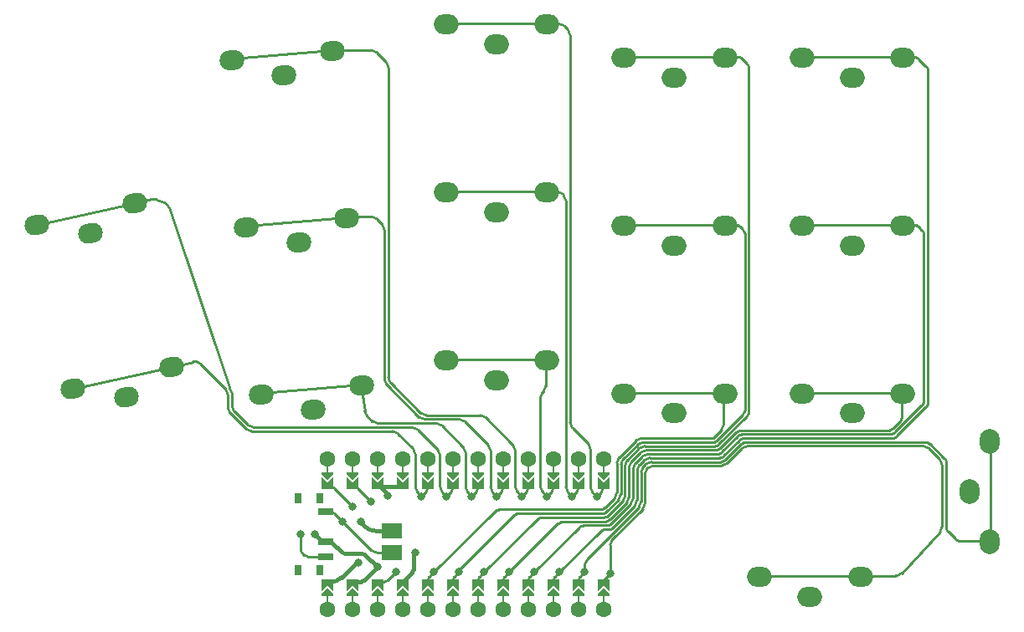
<source format=gbr>
G04 #@! TF.GenerationSoftware,KiCad,Pcbnew,6.0.0-d3dd2cf0fa~116~ubuntu20.04.1*
G04 #@! TF.CreationDate,2022-01-07T18:39:16-05:00*
G04 #@! TF.ProjectId,32_silk,33325f73-696c-46b2-9e6b-696361645f70,0.1*
G04 #@! TF.SameCoordinates,Original*
G04 #@! TF.FileFunction,Copper,L1,Top*
G04 #@! TF.FilePolarity,Positive*
%FSLAX46Y46*%
G04 Gerber Fmt 4.6, Leading zero omitted, Abs format (unit mm)*
G04 Created by KiCad (PCBNEW 6.0.0-d3dd2cf0fa~116~ubuntu20.04.1) date 2022-01-07 18:39:16*
%MOMM*%
%LPD*%
G01*
G04 APERTURE LIST*
G04 Aperture macros list*
%AMHorizOval*
0 Thick line with rounded ends*
0 $1 width*
0 $2 $3 position (X,Y) of the first rounded end (center of the circle)*
0 $4 $5 position (X,Y) of the second rounded end (center of the circle)*
0 Add line between two ends*
20,1,$1,$2,$3,$4,$5,0*
0 Add two circle primitives to create the rounded ends*
1,1,$1,$2,$3*
1,1,$1,$4,$5*%
%AMFreePoly0*
4,1,6,0.600000,0.200000,0.000000,-0.400000,-0.600000,0.200000,-0.600000,0.400000,0.600000,0.400000,0.600000,0.200000,0.600000,0.200000,$1*%
%AMFreePoly1*
4,1,5,0.125000,-0.500000,-0.125000,-0.500000,-0.125000,0.500000,0.125000,0.500000,0.125000,-0.500000,0.125000,-0.500000,$1*%
%AMFreePoly2*
4,1,6,0.600000,-0.250000,-0.600000,-0.250000,-0.600000,1.000000,0.000000,0.400000,0.600000,1.000000,0.600000,-0.250000,0.600000,-0.250000,$1*%
G04 Aperture macros list end*
G04 #@! TA.AperFunction,ComponentPad*
%ADD10HorizOval,2.000000X0.244074X0.054110X-0.244074X-0.054110X0*%
G04 #@! TD*
G04 #@! TA.AperFunction,ComponentPad*
%ADD11HorizOval,2.000000X0.249049X0.021789X-0.249049X-0.021789X0*%
G04 #@! TD*
G04 #@! TA.AperFunction,ComponentPad*
%ADD12O,2.500000X2.000000*%
G04 #@! TD*
G04 #@! TA.AperFunction,ComponentPad*
%ADD13O,2.000000X2.500000*%
G04 #@! TD*
G04 #@! TA.AperFunction,SMDPad,CuDef*
%ADD14R,2.100000X1.500000*%
G04 #@! TD*
G04 #@! TA.AperFunction,ComponentPad*
%ADD15C,1.600000*%
G04 #@! TD*
G04 #@! TA.AperFunction,SMDPad,CuDef*
%ADD16FreePoly0,180.000000*%
G04 #@! TD*
G04 #@! TA.AperFunction,SMDPad,CuDef*
%ADD17FreePoly0,0.000000*%
G04 #@! TD*
G04 #@! TA.AperFunction,SMDPad,CuDef*
%ADD18FreePoly1,0.000000*%
G04 #@! TD*
G04 #@! TA.AperFunction,SMDPad,CuDef*
%ADD19FreePoly1,180.000000*%
G04 #@! TD*
G04 #@! TA.AperFunction,SMDPad,CuDef*
%ADD20FreePoly2,0.000000*%
G04 #@! TD*
G04 #@! TA.AperFunction,SMDPad,CuDef*
%ADD21FreePoly2,180.000000*%
G04 #@! TD*
G04 #@! TA.AperFunction,SMDPad,CuDef*
%ADD22R,0.800000X1.000000*%
G04 #@! TD*
G04 #@! TA.AperFunction,SMDPad,CuDef*
%ADD23R,1.500000X0.700000*%
G04 #@! TD*
G04 #@! TA.AperFunction,ViaPad*
%ADD24C,0.800000*%
G04 #@! TD*
G04 #@! TA.AperFunction,Conductor*
%ADD25C,0.250000*%
G04 #@! TD*
G04 #@! TA.AperFunction,Conductor*
%ADD26C,0.400000*%
G04 #@! TD*
G04 APERTURE END LIST*
D10*
X32760529Y-81239371D03*
X42718748Y-79031687D03*
X38172518Y-82088121D03*
D11*
X52498174Y-64520239D03*
X62659360Y-63631250D03*
X57753079Y-66068134D03*
D12*
X74144393Y-60958851D03*
X84344393Y-60958851D03*
X79244393Y-62958851D03*
X102333086Y-64327567D03*
X92133086Y-64327567D03*
X97233086Y-66327567D03*
X120325000Y-64325000D03*
X110125000Y-64325000D03*
X115225000Y-66325000D03*
D10*
X46398224Y-95628712D03*
X36440005Y-97836396D03*
X41851994Y-98685146D03*
D11*
X53979816Y-81455555D03*
X64141002Y-80566566D03*
X59234721Y-83003450D03*
D12*
X74144389Y-77958851D03*
X84344389Y-77958851D03*
X79244389Y-79958851D03*
X102333093Y-81327564D03*
X92133093Y-81327564D03*
X97233093Y-83327564D03*
X110125000Y-81324999D03*
X120325000Y-81324999D03*
X115225000Y-83324999D03*
D11*
X65622650Y-97501874D03*
X55461464Y-98390863D03*
X60716369Y-99938758D03*
D12*
X74144382Y-94958862D03*
X84344382Y-94958862D03*
X79244382Y-96958862D03*
X92133093Y-98327566D03*
X102333093Y-98327566D03*
X97233093Y-100327566D03*
X105850000Y-116900000D03*
X116050000Y-116900000D03*
X110950000Y-118900000D03*
D13*
X129125000Y-103150000D03*
X129125000Y-113350000D03*
X127125000Y-108250000D03*
D14*
X68681554Y-112238398D03*
X68681554Y-114438398D03*
D15*
X62150000Y-120146001D03*
X72310000Y-104906001D03*
D16*
X69770000Y-118368001D03*
D17*
X79930000Y-106684001D03*
D15*
X67230000Y-104906001D03*
X69770000Y-120146001D03*
X74850000Y-120146001D03*
D16*
X85010000Y-118368001D03*
D18*
X69770000Y-106176001D03*
D16*
X90090000Y-118368001D03*
D15*
X77390000Y-104906001D03*
D16*
X82470000Y-118368001D03*
D15*
X90090000Y-104906001D03*
D18*
X74850000Y-106176001D03*
D17*
X85010000Y-106684001D03*
D16*
X74850000Y-118368001D03*
X77390000Y-118368001D03*
D15*
X64690000Y-120146001D03*
D18*
X67230000Y-106176001D03*
D15*
X82470000Y-104906001D03*
D18*
X85010000Y-106176001D03*
D16*
X62150000Y-118368001D03*
D15*
X74850000Y-104906001D03*
D18*
X79930000Y-106176001D03*
D19*
X87550000Y-118876001D03*
D15*
X62150000Y-104906001D03*
D16*
X64690000Y-118368001D03*
X87550000Y-118368001D03*
D17*
X87550000Y-106684001D03*
D19*
X67230000Y-118876001D03*
D15*
X79930000Y-104906001D03*
D18*
X87550000Y-106176001D03*
X77390000Y-106176001D03*
D15*
X69770000Y-104906001D03*
D18*
X82470000Y-106176001D03*
D15*
X67230000Y-120146001D03*
D19*
X72310000Y-118876001D03*
D16*
X72310000Y-118368001D03*
D17*
X77390000Y-106684001D03*
D15*
X87550000Y-120146001D03*
X77390000Y-120146001D03*
D16*
X67230000Y-118368001D03*
D18*
X90090000Y-106176001D03*
D19*
X64690000Y-118876001D03*
X85010000Y-118876001D03*
D15*
X85010000Y-120146001D03*
D17*
X72310000Y-106684001D03*
D19*
X82470000Y-118876001D03*
X74850000Y-118876001D03*
D18*
X72310000Y-106176001D03*
D15*
X64690000Y-104906001D03*
D19*
X62150000Y-118876001D03*
D17*
X67230000Y-106684001D03*
D19*
X77390000Y-118876001D03*
X69770000Y-118876001D03*
X79930000Y-118876001D03*
D15*
X72310000Y-120146001D03*
D17*
X69770000Y-106684001D03*
D15*
X82470000Y-120146001D03*
D17*
X64690000Y-106684001D03*
D18*
X64690000Y-106176001D03*
D15*
X90090000Y-120146001D03*
D17*
X62150000Y-106684001D03*
D15*
X79930000Y-120146001D03*
D18*
X62150000Y-106176001D03*
D17*
X82470000Y-106684001D03*
D15*
X87550000Y-104906001D03*
D17*
X90090000Y-106684001D03*
D16*
X79930000Y-118368001D03*
D17*
X74850000Y-106684001D03*
D19*
X90090000Y-118876001D03*
D15*
X85010000Y-104906001D03*
D20*
X62150000Y-107700001D03*
X64690000Y-107700001D03*
X67230000Y-107700001D03*
X69770000Y-107700001D03*
X72310000Y-107700001D03*
X74850000Y-107700001D03*
X77390000Y-107700001D03*
X79930000Y-107700001D03*
X82470000Y-107700001D03*
X85010000Y-107700001D03*
X87550000Y-107700001D03*
X90090000Y-107700001D03*
D21*
X90090000Y-117352001D03*
X87550000Y-117352001D03*
X85010000Y-117352001D03*
X82470000Y-117352001D03*
X79930000Y-117352001D03*
X77390000Y-117352001D03*
X74850000Y-117352001D03*
X72310000Y-117352001D03*
X69770000Y-117352001D03*
X67230000Y-117352001D03*
X64690000Y-117352001D03*
X62150000Y-117352001D03*
D22*
X61356810Y-116217524D03*
X59156810Y-108917524D03*
X61356810Y-108917524D03*
X59156810Y-116217524D03*
D23*
X62006810Y-110317524D03*
X62006810Y-113317524D03*
X62006810Y-114817524D03*
D12*
X110125000Y-98322430D03*
X120325000Y-98322430D03*
X115225000Y-100322430D03*
D24*
X59456812Y-112567521D03*
X74214998Y-108750001D03*
X81835000Y-108750005D03*
X89382554Y-108793010D03*
X78024997Y-116402003D03*
X85644997Y-116402003D03*
X71675000Y-108750001D03*
X79295001Y-108749999D03*
X86914997Y-108750003D03*
X75485000Y-116402004D03*
X83104998Y-116402001D03*
X76755000Y-108750003D03*
X84374998Y-108750003D03*
X72944997Y-116402003D03*
X80564995Y-116402003D03*
X90744997Y-116543100D03*
X69134999Y-116402002D03*
X66595000Y-109250002D03*
X67229998Y-115902002D03*
X68275154Y-108691410D03*
X60856812Y-112567519D03*
X71039997Y-114402001D03*
X68681554Y-114508010D03*
X63679843Y-111295836D03*
X68681555Y-112238397D03*
X65506554Y-111333010D03*
X65324999Y-115402002D03*
X88184999Y-116402002D03*
X64689998Y-109750001D03*
D25*
X60133775Y-114817521D02*
X62006811Y-114817521D01*
X59603257Y-114494109D02*
X59780221Y-114671074D01*
X59456812Y-112567521D02*
X59456811Y-114140556D01*
X59780221Y-114671074D02*
G75*
G03*
X60133775Y-114817521I353553J353550D01*
G01*
X59603257Y-114494109D02*
G75*
G02*
X59456811Y-114140556I353556J353553D01*
G01*
X52261006Y-97705354D02*
X46115369Y-79465194D01*
X52495320Y-98271039D02*
X52495320Y-99589497D01*
X74703550Y-108261452D02*
X74214998Y-108750001D01*
X73767315Y-108302318D02*
X74214998Y-108750001D01*
X54639303Y-101733480D02*
X70716675Y-101733480D01*
X44399210Y-78623843D02*
X42718748Y-79031687D01*
X74849998Y-107750002D02*
X74849998Y-107907896D01*
X45663946Y-78981755D02*
X44894593Y-78662401D01*
X52729635Y-100155183D02*
X54073618Y-101499166D01*
X42718748Y-79031687D02*
X32760529Y-81239371D01*
X73533000Y-104549805D02*
X73533000Y-107736632D01*
X71282361Y-101967795D02*
X73298686Y-103984120D01*
X45663946Y-78981756D02*
G75*
G02*
X46115368Y-79465194I-306700J-738871D01*
G01*
X73533000Y-104549805D02*
G75*
G03*
X73298686Y-103984120I-800000J0D01*
G01*
X71282361Y-101967795D02*
G75*
G03*
X70716675Y-101733480I-565684J-565680D01*
G01*
X54639303Y-101733480D02*
G75*
G02*
X54073618Y-101499166I0J800000D01*
G01*
X52729635Y-100155183D02*
G75*
G02*
X52495320Y-99589497I565680J565684D01*
G01*
X52495320Y-98271039D02*
G75*
G03*
X52261006Y-97705354I-800000J0D01*
G01*
X74703550Y-108261452D02*
G75*
G03*
X74849998Y-107907896I-353549J353554D01*
G01*
X73533000Y-107736632D02*
G75*
G03*
X73767315Y-108302318I799995J-2D01*
G01*
X44894593Y-78662402D02*
G75*
G03*
X44399210Y-78623843I-306703J-738878D01*
G01*
X78168395Y-100748995D02*
X80893285Y-103473885D01*
X81127600Y-104039571D02*
X81127600Y-107711234D01*
X68553434Y-97269221D02*
X71564578Y-100280365D01*
X82323554Y-108261449D02*
X81835000Y-108750005D01*
X68319120Y-73946280D02*
X68319120Y-96703536D01*
X67152860Y-63774660D02*
X68091685Y-64713485D01*
X62551025Y-63540346D02*
X66587175Y-63540346D01*
X72130264Y-100514680D02*
X77602710Y-100514681D01*
X68326000Y-73939400D02*
X68319120Y-73946280D01*
X68326000Y-65279171D02*
X68326000Y-73939400D01*
X81361915Y-108276920D02*
X81835000Y-108750005D01*
X62551025Y-63540346D02*
X52589078Y-64411904D01*
X82470001Y-107750003D02*
X82470000Y-107907900D01*
X68553434Y-97269221D02*
G75*
G02*
X68319120Y-96703536I565686J565685D01*
G01*
X67152860Y-63774660D02*
G75*
G03*
X66587175Y-63540346I-565685J-565686D01*
G01*
X78168395Y-100748995D02*
G75*
G03*
X77602710Y-100514681I-565685J-565686D01*
G01*
X72130264Y-100514680D02*
G75*
G02*
X71564578Y-100280365I3J800007D01*
G01*
X82323554Y-108261449D02*
G75*
G03*
X82470000Y-107907900I-353558J353554D01*
G01*
X81127600Y-104039571D02*
G75*
G03*
X80893285Y-103473885I-800007J-3D01*
G01*
X81361915Y-108276920D02*
G75*
G02*
X81127600Y-107711234I565692J565689D01*
G01*
X68326000Y-65279171D02*
G75*
G03*
X68091685Y-64713485I-800007J-3D01*
G01*
X84244393Y-60858851D02*
X74244393Y-60858851D01*
X89382554Y-108793010D02*
X89855686Y-108319878D01*
X88773000Y-103988771D02*
X88773000Y-107852085D01*
X86924514Y-101808914D02*
X88538685Y-103423085D01*
X90090000Y-107754193D02*
X90090000Y-107750004D01*
X86137565Y-61093165D02*
X86455885Y-61411485D01*
X84244393Y-60858851D02*
X85571880Y-60858851D01*
X89007315Y-108417771D02*
X89382554Y-108793010D01*
X86690200Y-61977171D02*
X86690200Y-101243229D01*
X88773000Y-103988771D02*
G75*
G03*
X88538685Y-103423085I-800007J-3D01*
G01*
X88773000Y-107852085D02*
G75*
G03*
X89007315Y-108417771I799995J-2D01*
G01*
X86690200Y-61977171D02*
G75*
G03*
X86455885Y-61411485I-799995J2D01*
G01*
X86924514Y-101808914D02*
G75*
G02*
X86690200Y-101243229I565686J565685D01*
G01*
X86137565Y-61093165D02*
G75*
G03*
X85571880Y-60858851I-565685J-565686D01*
G01*
X90090000Y-107754193D02*
G75*
G02*
X89855686Y-108319878I-800000J0D01*
G01*
X77536445Y-116890556D02*
X78024997Y-116402003D01*
X90551631Y-110677490D02*
X90608289Y-110622923D01*
X101545975Y-103551148D02*
X101676738Y-103463776D01*
X104675760Y-65046448D02*
X104588371Y-64915662D01*
X101167948Y-103643635D02*
X101246436Y-103642013D01*
X94255718Y-103643635D02*
X101167948Y-103643635D01*
X101400680Y-103611331D02*
X101545975Y-103551148D01*
X90042603Y-110857238D02*
X90121251Y-110855759D01*
X104768119Y-65424690D02*
X104766640Y-65346042D01*
X103570996Y-64227567D02*
X92233086Y-64227567D01*
X104533804Y-64859004D02*
X104136681Y-64461881D01*
X103803873Y-64259873D02*
X103649629Y-64229192D01*
X104675761Y-100421562D02*
X104735955Y-100276240D01*
X83335448Y-111091552D02*
X83392199Y-111037099D01*
X101733489Y-103409323D02*
X104533806Y-100609006D01*
X103649629Y-64229192D02*
X103570996Y-64227567D01*
X90608289Y-110622923D02*
X92070183Y-109161029D01*
X104768120Y-100043320D02*
X104768119Y-99085400D01*
X83901133Y-110857238D02*
X90042603Y-110857238D01*
X101246436Y-103642013D02*
X101400680Y-103611331D01*
X90121251Y-110855759D02*
X90275523Y-110825073D01*
X90275523Y-110825073D02*
X90420845Y-110764879D01*
X104533806Y-100609006D02*
X104588372Y-100552348D01*
X90420845Y-110764879D02*
X90551631Y-110677490D01*
X92245919Y-108736763D02*
X92245919Y-108654319D01*
X92480234Y-105087748D02*
X93690033Y-103877949D01*
X104735955Y-100276240D02*
X104766641Y-100121968D01*
X104766640Y-65346042D02*
X104735954Y-65191770D01*
X104735954Y-65191770D02*
X104675760Y-65046448D01*
X104079930Y-64407428D02*
X103949168Y-64320056D01*
X101676738Y-103463776D02*
X101733489Y-103409323D01*
X83392199Y-111037099D02*
X83522961Y-110949727D01*
X83822500Y-110858863D02*
X83901133Y-110857238D01*
X92245919Y-108654319D02*
X92245919Y-105653434D01*
X104136681Y-64461881D02*
X104079930Y-64407428D01*
X104588372Y-100552348D02*
X104675761Y-100421562D01*
X103949168Y-64320056D02*
X103803873Y-64259873D01*
X104768119Y-99085400D02*
X104768119Y-65424690D01*
X104588371Y-64915662D02*
X104533804Y-64859004D01*
X77389998Y-117402004D02*
X77389998Y-117244108D01*
X83522961Y-110949727D02*
X83668256Y-110889544D01*
X104766641Y-100121968D02*
X104768120Y-100043320D01*
X83668256Y-110889544D02*
X83822500Y-110858863D01*
X78024997Y-116402003D02*
X83335448Y-111091552D01*
X77536445Y-116890556D02*
G75*
G03*
X77389998Y-117244108I353545J-353551D01*
G01*
X92245919Y-108736763D02*
G75*
G02*
X92070183Y-109161029I-600001J-1D01*
G01*
X94255718Y-103643635D02*
G75*
G03*
X93690033Y-103877949I0J-800000D01*
G01*
X92245919Y-105653434D02*
G75*
G02*
X92480234Y-105087748I799995J2D01*
G01*
X103832818Y-103007310D02*
X103963580Y-102919938D01*
X101897142Y-104809888D02*
X102042437Y-104749705D01*
X121632106Y-64257306D02*
X121477862Y-64226625D01*
X122851294Y-99232955D02*
X122852919Y-99154322D01*
X90322574Y-112055795D02*
X90539065Y-112055795D01*
X122618605Y-99720007D02*
X122673058Y-99663256D01*
X101664265Y-104842195D02*
X101742898Y-104840570D01*
X94752176Y-104842195D02*
X101664265Y-104842195D01*
X91104750Y-111821480D02*
X93237686Y-109688544D01*
X122760430Y-99532494D02*
X122820613Y-99387199D01*
X119688822Y-102647699D02*
X119745480Y-102593132D01*
X90771942Y-112023488D02*
X90917237Y-111963305D01*
X122820613Y-99387199D02*
X122851294Y-99232955D01*
X102042437Y-104749705D02*
X102173199Y-104662333D01*
X90539065Y-112055795D02*
X90617698Y-112054170D01*
X121399229Y-64225000D02*
X110225000Y-64225000D01*
X90917237Y-111963305D02*
X91047999Y-111875933D01*
X121777401Y-64317489D02*
X121632106Y-64257306D01*
X122760429Y-65300518D02*
X122673057Y-65169755D01*
X119745480Y-102593132D02*
X122618605Y-99720007D01*
X122618604Y-65113004D02*
X121964914Y-64459314D01*
X89813641Y-112235657D02*
X89944403Y-112148285D01*
X89944403Y-112148285D02*
X90089697Y-112088102D01*
X85009997Y-117402003D02*
X85009997Y-117244108D01*
X104341752Y-102827449D02*
X106146600Y-102827449D01*
X89756890Y-112290110D02*
X89813641Y-112235657D01*
X85644997Y-116402003D02*
X89756890Y-112290110D01*
X121477862Y-64226625D02*
X121399229Y-64225000D01*
X122851294Y-65600057D02*
X122820612Y-65445813D01*
X119412714Y-102795282D02*
X119558036Y-102735088D01*
X122852919Y-65678690D02*
X122851294Y-65600057D01*
X119258442Y-102825968D02*
X119412714Y-102795282D01*
X85156444Y-116890556D02*
X85644997Y-116402003D01*
X104108875Y-102859755D02*
X104263119Y-102829074D01*
X90617698Y-112054170D02*
X90771942Y-112023488D01*
X90243941Y-112057420D02*
X90322574Y-112055795D01*
X122852919Y-99154322D02*
X122852919Y-65678690D01*
X122673057Y-65169755D02*
X122618604Y-65113004D01*
X119558036Y-102735088D02*
X119688822Y-102647699D01*
X90089697Y-112088102D02*
X90243941Y-112057420D01*
X104263119Y-102829074D02*
X104341752Y-102827449D01*
X101742898Y-104840570D02*
X101897142Y-104809888D01*
X102173199Y-104662333D02*
X102229950Y-104607880D01*
X91047999Y-111875933D02*
X91104750Y-111821480D01*
X93472000Y-109122859D02*
X93472000Y-106122371D01*
X122820612Y-65445813D02*
X122760429Y-65300518D01*
X122673058Y-99663256D02*
X122760430Y-99532494D01*
X121908163Y-64404861D02*
X121777401Y-64317489D01*
X93706315Y-105556685D02*
X94186491Y-105076509D01*
X103963580Y-102919938D02*
X104108875Y-102859755D01*
X103776067Y-103061763D02*
X103832818Y-103007310D01*
X102229950Y-104607880D02*
X103776067Y-103061763D01*
X121964914Y-64459314D02*
X121908163Y-64404861D01*
X106146600Y-102827449D02*
X119179794Y-102827447D01*
X119179794Y-102827447D02*
X119258442Y-102825968D01*
X93472000Y-109122859D02*
G75*
G02*
X93237686Y-109688544I-800000J0D01*
G01*
X93472000Y-106122371D02*
G75*
G02*
X93706315Y-105556685I799995J2D01*
G01*
X85156444Y-116890556D02*
G75*
G03*
X85009997Y-117244108I353545J-353551D01*
G01*
X94752176Y-104842195D02*
G75*
G03*
X94186491Y-105076509I0J-800000D01*
G01*
X71043800Y-104445971D02*
X71043800Y-107787430D01*
X69296514Y-102367314D02*
X70809485Y-103880285D01*
X52330115Y-100320669D02*
X53908130Y-101898684D01*
X54473816Y-102132999D02*
X68730829Y-102133000D01*
X49295557Y-95304911D02*
X51861485Y-97870839D01*
X72163551Y-108261451D02*
X71675000Y-108750001D01*
X48570419Y-95086649D02*
X46398224Y-95628712D01*
X72309998Y-107750001D02*
X72309998Y-107907897D01*
X71278115Y-108353116D02*
X71675000Y-108750001D01*
X46398224Y-95628712D02*
X36440005Y-97836396D01*
X52095800Y-98436525D02*
X52095801Y-99754984D01*
X69296514Y-102367314D02*
G75*
G03*
X68730829Y-102133000I-565685J-565686D01*
G01*
X71278115Y-108353116D02*
G75*
G02*
X71043800Y-107787430I565692J565689D01*
G01*
X49295556Y-95304912D02*
G75*
G03*
X48570419Y-95086650I-565684J-565685D01*
G01*
X71043800Y-104445971D02*
G75*
G03*
X70809485Y-103880285I-800007J-3D01*
G01*
X54473816Y-102132999D02*
G75*
G02*
X53908130Y-101898684I-2J799995D01*
G01*
X52095800Y-98436525D02*
G75*
G03*
X51861485Y-97870839I-799995J2D01*
G01*
X72163551Y-108261451D02*
G75*
G03*
X72309998Y-107907897I-353550J353553D01*
G01*
X52330115Y-100320669D02*
G75*
G02*
X52095801Y-99754984I565686J565685D01*
G01*
X67137914Y-80625314D02*
X67685285Y-81172685D01*
X78872715Y-108327713D02*
X79295001Y-108749999D01*
X67919600Y-81738371D02*
X67919600Y-96869022D01*
X71964778Y-100914200D02*
X75462229Y-100914200D01*
X79929998Y-107750002D02*
X79929998Y-107907894D01*
X78638400Y-104090371D02*
X78638400Y-107762027D01*
X79783552Y-108261447D02*
X79295001Y-108749999D01*
X68153914Y-97434707D02*
X71399092Y-100679885D01*
X64032667Y-80475662D02*
X66202320Y-80391600D01*
X66233292Y-80391000D02*
X66572229Y-80391000D01*
X64032667Y-80475662D02*
X54070720Y-81347220D01*
X76027914Y-101148514D02*
X78404085Y-103524685D01*
X67919600Y-81738371D02*
G75*
G03*
X67685285Y-81172685I-800007J-3D01*
G01*
X67137914Y-80625314D02*
G75*
G03*
X66572229Y-80391000I-565685J-565686D01*
G01*
X68153914Y-97434707D02*
G75*
G02*
X67919600Y-96869022I565686J565685D01*
G01*
X71964778Y-100914200D02*
G75*
G02*
X71399092Y-100679885I3J800007D01*
G01*
X78638400Y-104090371D02*
G75*
G03*
X78404085Y-103524685I-799995J2D01*
G01*
X79783552Y-108261447D02*
G75*
G03*
X79929998Y-107907894I-353556J353553D01*
G01*
X66233292Y-80391001D02*
G75*
G03*
X66202320Y-80391601I-2J-799602D01*
G01*
X76027914Y-101148514D02*
G75*
G03*
X75462229Y-100914200I-565685J-565686D01*
G01*
X78872715Y-108327713D02*
G75*
G02*
X78638400Y-107762027I565692J565689D01*
G01*
X84244389Y-77858851D02*
X74244389Y-77858851D01*
X85916365Y-78093165D02*
X86024085Y-78200885D01*
X87549996Y-107750001D02*
X87549997Y-107907894D01*
X87403550Y-108261451D02*
X86914997Y-108750003D01*
X86492715Y-108327721D02*
X86914997Y-108750003D01*
X86258400Y-78766571D02*
X86258400Y-107762035D01*
X84244389Y-77858851D02*
X85350680Y-77858851D01*
X87403550Y-108261451D02*
G75*
G03*
X87549997Y-107907894I-353555J353554D01*
G01*
X85916365Y-78093165D02*
G75*
G03*
X85350680Y-77858851I-565685J-565686D01*
G01*
X86258400Y-107762035D02*
G75*
G03*
X86492715Y-108327721I799995J-2D01*
G01*
X86258400Y-78766571D02*
G75*
G03*
X86024085Y-78200885I-799995J2D01*
G01*
X104134286Y-100443520D02*
X104188739Y-100386769D01*
X104188852Y-81711943D02*
X104134285Y-81655285D01*
X101235236Y-103211954D02*
X101380558Y-103151760D01*
X90110036Y-110425554D02*
X90255358Y-110365360D01*
X74849999Y-117402002D02*
X74849999Y-117244110D01*
X103608070Y-81259870D02*
X103453826Y-81229189D01*
X103940878Y-81461878D02*
X103884127Y-81407425D01*
X101568002Y-103009804D02*
X104134286Y-100443520D01*
X74996447Y-116890554D02*
X75485000Y-116402004D01*
X101380558Y-103151760D02*
X101511344Y-103064371D01*
X104367121Y-82142323D02*
X104336435Y-81988051D01*
X103884127Y-81407425D02*
X103753365Y-81320053D01*
X81033117Y-110637581D02*
X81163879Y-110550209D01*
X104188739Y-100386769D02*
X104276111Y-100256007D01*
X81463418Y-110459345D02*
X81542051Y-110457720D01*
X90386144Y-110277971D02*
X90442802Y-110223404D01*
X90255358Y-110365360D02*
X90386144Y-110277971D01*
X92080715Y-104922261D02*
X93524547Y-103478429D01*
X81542051Y-110457720D02*
X89877116Y-110457719D01*
X91846399Y-108488434D02*
X91846400Y-105487947D01*
X101080964Y-103242640D02*
X101235236Y-103211954D01*
X89877116Y-110457719D02*
X89955764Y-110456240D01*
X103753365Y-81320053D02*
X103608070Y-81259870D01*
X101002529Y-103244115D02*
X101080964Y-103242640D01*
X89955764Y-110456240D02*
X90110036Y-110425554D01*
X104366975Y-99956468D02*
X104368600Y-99877835D01*
X104134285Y-81655285D02*
X103940878Y-81461878D01*
X104276111Y-100256007D02*
X104336294Y-100110712D01*
X104336435Y-81988051D02*
X104276241Y-81842729D01*
X104368600Y-82220971D02*
X104367121Y-82142323D01*
X75485000Y-116183400D02*
X80976366Y-110692034D01*
X104276241Y-81842729D02*
X104188852Y-81711943D01*
X94090232Y-103244115D02*
X101002529Y-103244115D01*
X103375193Y-81227564D02*
X92233093Y-81227564D01*
X101511344Y-103064371D02*
X101568002Y-103009804D01*
X75485000Y-116402004D02*
X75485000Y-116183400D01*
X104368600Y-99877835D02*
X104368600Y-82220971D01*
X81163879Y-110550209D02*
X81309174Y-110490026D01*
X80976366Y-110692034D02*
X81033117Y-110637581D01*
X103453826Y-81229189D02*
X103375193Y-81227564D01*
X81309174Y-110490026D02*
X81463418Y-110459345D01*
X104336294Y-100110712D02*
X104366975Y-99956468D01*
X90442802Y-110223404D02*
X91612085Y-109054119D01*
X93524547Y-103478429D02*
G75*
G02*
X94090232Y-103244115I565685J-565686D01*
G01*
X74996447Y-116890554D02*
G75*
G03*
X74849999Y-117244110I353549J-353554D01*
G01*
X92080715Y-104922261D02*
G75*
G03*
X91846400Y-105487947I565692J-565689D01*
G01*
X91846399Y-108488434D02*
G75*
G02*
X91612085Y-109054119I-800000J0D01*
G01*
X87803921Y-111748766D02*
X87949216Y-111688583D01*
X87949216Y-111688583D02*
X88103460Y-111657902D01*
X104097633Y-102429554D02*
X104176266Y-102427929D01*
X119014307Y-102427928D02*
X119092955Y-102426449D01*
X122421235Y-82038851D02*
X122361041Y-81893529D01*
X122453400Y-82271771D02*
X122451921Y-82193123D01*
X94586690Y-104442675D02*
X101498826Y-104442675D01*
X103943389Y-102460235D02*
X104097633Y-102429554D01*
X122453400Y-98988835D02*
X122453400Y-82271771D01*
X88103460Y-111657902D02*
X88182093Y-111656277D01*
X121406628Y-81224999D02*
X110225000Y-81224999D01*
X122421094Y-99221712D02*
X122451775Y-99067468D01*
X101731655Y-104410369D02*
X101876950Y-104350186D01*
X93299915Y-105398079D02*
X94021005Y-104676989D01*
X83104998Y-116402001D02*
X87616408Y-111890591D01*
X93065600Y-108964253D02*
X93065600Y-105963765D01*
X90452225Y-111654797D02*
X90606497Y-111624111D01*
X102007712Y-104262814D02*
X102064463Y-104208361D01*
X104176266Y-102427929D02*
X119014307Y-102427928D01*
X122451921Y-82193123D02*
X122421235Y-82038851D01*
X121485261Y-81226624D02*
X121406628Y-81224999D01*
X119579993Y-102193613D02*
X122219086Y-99554520D01*
X122273652Y-81762743D02*
X122219085Y-81706085D01*
X119392549Y-102335569D02*
X119523335Y-102248180D01*
X90606497Y-111624111D02*
X90751819Y-111563917D01*
X122273539Y-99497769D02*
X122360911Y-99367007D01*
X122219086Y-99554520D02*
X122273539Y-99497769D01*
X87616408Y-111890591D02*
X87673159Y-111836138D01*
X102064463Y-104208361D02*
X103610581Y-102662243D01*
X122361041Y-81893529D02*
X122273652Y-81762743D01*
X122219085Y-81706085D02*
X121972313Y-81459313D01*
X87673159Y-111836138D02*
X87803921Y-111748766D01*
X90751819Y-111563917D02*
X90882605Y-111476528D01*
X103610581Y-102662243D02*
X103667332Y-102607790D01*
X82616445Y-116890556D02*
X83104998Y-116402001D01*
X122451775Y-99067468D02*
X122453400Y-98988835D01*
X90373577Y-111656276D02*
X90452225Y-111654797D01*
X121784800Y-81317488D02*
X121639505Y-81257305D01*
X119523335Y-102248180D02*
X119579993Y-102193613D01*
X122360911Y-99367007D02*
X122421094Y-99221712D01*
X101577411Y-104441051D02*
X101731655Y-104410369D01*
X101876950Y-104350186D02*
X102007712Y-104262814D01*
X88182093Y-111656277D02*
X90373577Y-111656276D01*
X119092955Y-102426449D02*
X119247227Y-102395763D01*
X121972313Y-81459313D02*
X121915562Y-81404860D01*
X103667332Y-102607790D02*
X103798094Y-102520418D01*
X101498826Y-104442675D02*
X101577411Y-104441051D01*
X121915562Y-81404860D02*
X121784800Y-81317488D01*
X90882605Y-111476528D02*
X90939263Y-111421961D01*
X90939263Y-111421961D02*
X92831286Y-109529938D01*
X121639505Y-81257305D02*
X121485261Y-81226624D01*
X82470001Y-117402002D02*
X82469999Y-117244114D01*
X119247227Y-102395763D02*
X119392549Y-102335569D01*
X103798094Y-102520418D02*
X103943389Y-102460235D01*
X94021005Y-104676989D02*
G75*
G02*
X94586690Y-104442675I565685J-565686D01*
G01*
X82616445Y-116890556D02*
G75*
G03*
X82469999Y-117244114I353554J-353553D01*
G01*
X92831286Y-109529938D02*
G75*
G03*
X93065600Y-108964253I-565686J565685D01*
G01*
X93299915Y-105398079D02*
G75*
G03*
X93065600Y-105963765I565692J-565689D01*
G01*
X65514315Y-97410970D02*
X65924446Y-100120784D01*
X77243552Y-108261450D02*
X76755000Y-108750003D01*
X76123800Y-104293571D02*
X76123800Y-107787432D01*
X67248331Y-101333960D02*
X73164189Y-101333960D01*
X73729874Y-101568274D02*
X75889485Y-103727885D01*
X66149752Y-100566752D02*
X66682645Y-101099645D01*
X76358115Y-108353118D02*
X76755000Y-108750003D01*
X65514315Y-97410970D02*
X55552368Y-98282528D01*
X77389998Y-107750003D02*
X77389998Y-107907896D01*
X76123800Y-104293571D02*
G75*
G03*
X75889485Y-103727885I-800007J-3D01*
G01*
X76358115Y-108353118D02*
G75*
G02*
X76123800Y-107787432I565692J565689D01*
G01*
X66149752Y-100566752D02*
G75*
G02*
X65924446Y-100120784I565681J565683D01*
G01*
X77389997Y-107907896D02*
G75*
G02*
X77243552Y-108261450I-500001J-1D01*
G01*
X73729874Y-101568274D02*
G75*
G03*
X73164189Y-101333960I-565685J-565686D01*
G01*
X67248331Y-101333960D02*
G75*
G02*
X66682645Y-101099645I3J800007D01*
G01*
X83667600Y-98781771D02*
X83667600Y-107711234D01*
X84863554Y-108261449D02*
X84374998Y-108750003D01*
X84244382Y-94858862D02*
X74244382Y-94858862D01*
X83901915Y-108276920D02*
X84374998Y-108750003D01*
X85010001Y-107750002D02*
X85010001Y-107907896D01*
X84010068Y-98107932D02*
X83901915Y-98216085D01*
X84244382Y-94858862D02*
X84244382Y-97542247D01*
X83667600Y-107711234D02*
G75*
G03*
X83901915Y-108276920I799995J-2D01*
G01*
X84010068Y-98107932D02*
G75*
G03*
X84244382Y-97542247I-565686J565685D01*
G01*
X84863554Y-108261449D02*
G75*
G03*
X85010001Y-107907896I-353557J353555D01*
G01*
X83667600Y-98781771D02*
G75*
G02*
X83901915Y-98216085I800007J-3D01*
G01*
X90277315Y-109823885D02*
X91205686Y-108895514D01*
X101191318Y-102797708D02*
X101259815Y-102751939D01*
X101118700Y-102827787D02*
X101191318Y-102797708D01*
X72944997Y-116402003D02*
X79054486Y-110292514D01*
X101288156Y-102724644D02*
X101998779Y-102014021D01*
X72456444Y-116890562D02*
X72944997Y-116402003D01*
X79054486Y-110292514D02*
X79111237Y-110238061D01*
X101037895Y-102843860D02*
X101118700Y-102827787D01*
X79387294Y-110090506D02*
X79541538Y-110059825D01*
X89711629Y-110058200D02*
X89790262Y-110056575D01*
X79241999Y-110150689D02*
X79387294Y-110090506D01*
X93924746Y-102844595D02*
X100998788Y-102844595D01*
X72309997Y-117402002D02*
X72309999Y-117244108D01*
X79620171Y-110058200D02*
X89711629Y-110058200D01*
X90220564Y-109878338D02*
X90277315Y-109823885D01*
X91440000Y-108329829D02*
X91440000Y-105329341D01*
X89944506Y-110025893D02*
X90089801Y-109965710D01*
X101259815Y-102751939D02*
X101288156Y-102724644D01*
X91674315Y-104763655D02*
X93359061Y-103078909D01*
X89790262Y-110056575D02*
X89944506Y-110025893D01*
X102233093Y-98227566D02*
X92233093Y-98227566D01*
X102233093Y-101448336D02*
X102233093Y-98227566D01*
X79111237Y-110238061D02*
X79241999Y-110150689D01*
X90089801Y-109965710D02*
X90220564Y-109878338D01*
X79541538Y-110059825D02*
X79620171Y-110058200D01*
X100998788Y-102844595D02*
X101037895Y-102843860D01*
X93359061Y-103078909D02*
G75*
G02*
X93924746Y-102844595I565685J-565686D01*
G01*
X91205686Y-108895514D02*
G75*
G03*
X91440000Y-108329829I-565686J565685D01*
G01*
X72310000Y-117244108D02*
G75*
G02*
X72456445Y-116890563I499998J-5D01*
G01*
X102233093Y-101448336D02*
G75*
G02*
X101998779Y-102014021I-800000J0D01*
G01*
X91674315Y-104763655D02*
G75*
G03*
X91440000Y-105329341I565692J-565689D01*
G01*
X79930000Y-117402002D02*
X79930000Y-117244106D01*
X92659200Y-108805647D02*
X92659200Y-105805159D01*
X80076447Y-116890551D02*
X80564995Y-116402003D01*
X119227062Y-101936050D02*
X119357848Y-101848661D01*
X85532678Y-111436618D02*
X85663440Y-111349246D01*
X101898976Y-103808842D02*
X103445095Y-102262723D01*
X120225000Y-100652229D02*
X120225000Y-98222430D01*
X86041612Y-111256757D02*
X90208090Y-111256757D01*
X120045139Y-101161163D02*
X120132511Y-101030401D01*
X85663440Y-111349246D02*
X85808735Y-111289063D01*
X80564995Y-116402003D02*
X85475927Y-111491071D01*
X118927468Y-102026930D02*
X119081740Y-101996244D01*
X90773776Y-111022442D02*
X92424886Y-109371332D01*
X120225000Y-98222430D02*
X110225000Y-98222430D01*
X85808735Y-111289063D02*
X85962979Y-111258382D01*
X92893515Y-105239473D02*
X93855519Y-104277469D01*
X85962979Y-111258382D02*
X86041612Y-111256757D01*
X90208090Y-111256757D02*
X90286723Y-111255132D01*
X120132511Y-101030401D02*
X120192694Y-100885106D01*
X103501846Y-102208270D02*
X103632608Y-102120898D01*
X103777903Y-102060715D02*
X103932147Y-102030034D01*
X103932147Y-102030034D02*
X104010780Y-102028409D01*
X85475927Y-111491071D02*
X85532678Y-111436618D01*
X90586262Y-111164267D02*
X90717025Y-111076895D01*
X119081740Y-101996244D02*
X119227062Y-101936050D01*
X90717025Y-111076895D02*
X90773776Y-111022442D01*
X104010780Y-102028409D02*
X118848820Y-102028409D01*
X101711463Y-103950667D02*
X101842225Y-103863295D01*
X119357848Y-101848661D02*
X119414506Y-101794094D01*
X103632608Y-102120898D02*
X103777903Y-102060715D01*
X103445095Y-102262723D02*
X103501846Y-102208270D01*
X120192694Y-100885106D02*
X120223375Y-100730862D01*
X94421204Y-104043155D02*
X101333388Y-104043155D01*
X119990686Y-101217914D02*
X120045139Y-101161163D01*
X90286723Y-111255132D02*
X90440967Y-111224450D01*
X119414506Y-101794094D02*
X119990686Y-101217914D01*
X120223375Y-100730862D02*
X120225000Y-100652229D01*
X90440967Y-111224450D02*
X90586262Y-111164267D01*
X101842225Y-103863295D02*
X101898976Y-103808842D01*
X101333388Y-104043155D02*
X101411924Y-104041532D01*
X101566168Y-104010850D02*
X101711463Y-103950667D01*
X118848820Y-102028409D02*
X118927468Y-102026930D01*
X101411924Y-104041532D02*
X101566168Y-104010850D01*
X94421204Y-104043155D02*
G75*
G03*
X93855519Y-104277469I0J-800000D01*
G01*
X80076447Y-116890551D02*
G75*
G03*
X79930000Y-117244106I353550J-353553D01*
G01*
X92659200Y-108805647D02*
G75*
G02*
X92424886Y-109371332I-800000J0D01*
G01*
X92893515Y-105239473D02*
G75*
G03*
X92659200Y-105805159I565692J-565689D01*
G01*
X94512234Y-105880778D02*
X94517459Y-105875553D01*
X115950000Y-116800000D02*
X105950000Y-116800000D01*
X104672727Y-103626486D02*
X122389709Y-103626486D01*
X124098977Y-112339322D02*
X120198436Y-116513152D01*
X90744997Y-116543100D02*
X90744997Y-116574567D01*
X122955395Y-103860801D02*
X124080166Y-104985572D01*
X94277919Y-109446952D02*
X94277919Y-106446464D01*
X101995239Y-105641234D02*
X95083149Y-105641234D01*
X90979312Y-113076930D02*
X94043605Y-110012637D01*
X124314480Y-105551257D02*
X124314480Y-111793096D01*
X90744997Y-116574567D02*
X90090000Y-117229564D01*
X95083149Y-105641234D02*
X95083144Y-105641239D01*
X119621153Y-116766894D02*
X115950000Y-116800000D01*
X102560923Y-105406919D02*
X104107042Y-103860800D01*
X90744997Y-116543100D02*
X90744997Y-113642616D01*
X90090000Y-117229564D02*
X90090000Y-117402001D01*
X90979312Y-113076930D02*
G75*
G03*
X90744997Y-113642616I565692J-565689D01*
G01*
X124098977Y-112339322D02*
G75*
G03*
X124314480Y-111793096I-584492J546224D01*
G01*
X119621153Y-116766893D02*
G75*
G03*
X120198435Y-116513151I-7212J799959D01*
G01*
X94517459Y-105875553D02*
G75*
G02*
X95083144Y-105641239I565685J-565686D01*
G01*
X122955395Y-103860801D02*
G75*
G03*
X122389709Y-103626486I-565684J-565680D01*
G01*
X94043605Y-110012637D02*
G75*
G03*
X94277919Y-109446952I-565686J565685D01*
G01*
X94512234Y-105880778D02*
G75*
G03*
X94277919Y-106446464I565692J-565689D01*
G01*
X124314480Y-105551257D02*
G75*
G03*
X124080166Y-104985572I-800000J0D01*
G01*
X102560923Y-105406919D02*
G75*
G02*
X101995239Y-105641234I-565687J565687D01*
G01*
X104672727Y-103626486D02*
G75*
G03*
X104107042Y-103860800I0J-800000D01*
G01*
X68281445Y-117255555D02*
X69134999Y-116402002D01*
X67229999Y-117402002D02*
X67927893Y-117402001D01*
X67927893Y-117402001D02*
G75*
G03*
X68281445Y-117255555I0J499997D01*
G01*
X64887891Y-107750002D02*
X64690002Y-107750002D01*
X66595000Y-109250002D02*
X65241444Y-107896448D01*
X65241444Y-107896448D02*
G75*
G03*
X64887891Y-107750002I-353553J-353556D01*
G01*
D26*
X61460365Y-113171073D02*
X60856812Y-112567519D01*
X65876448Y-117255554D02*
X67229998Y-115902002D01*
X64690000Y-117402002D02*
X65522894Y-117402001D01*
X66005277Y-114677283D02*
X67229998Y-115902002D01*
X62006812Y-113317519D02*
X61813922Y-113317520D01*
X67292892Y-107750002D02*
X67230000Y-107750002D01*
X62657976Y-113463971D02*
X63578396Y-114384391D01*
X67230000Y-107750002D02*
X69769997Y-107750003D01*
X68275154Y-108691410D02*
X68275154Y-108526593D01*
X63931949Y-114530837D02*
X65651724Y-114530837D01*
X68275154Y-108526593D02*
X67599276Y-107850715D01*
X62006809Y-113317524D02*
X62304422Y-113317524D01*
X65651724Y-114530838D02*
G75*
G02*
X66005277Y-114677283I0J-500001D01*
G01*
X62304422Y-113317524D02*
G75*
G02*
X62657976Y-113463971I1J-499997D01*
G01*
X63931949Y-114530836D02*
G75*
G02*
X63578396Y-114384391I0J500001D01*
G01*
X61460365Y-113171073D02*
G75*
G03*
X61813922Y-113317520I353554J353555D01*
G01*
X67292892Y-107750003D02*
G75*
G02*
X67599276Y-107850716I-5436J-532926D01*
G01*
X65876448Y-117255554D02*
G75*
G02*
X65522894Y-117402001I-353553J353550D01*
G01*
X70871271Y-116093623D02*
X70871271Y-114777834D01*
X71017718Y-114424280D02*
X71039997Y-114402001D01*
X70724824Y-116447177D02*
X69770000Y-117402001D01*
X70871271Y-116093623D02*
G75*
G02*
X70724824Y-116447177I-499997J-1D01*
G01*
X71017718Y-114424280D02*
G75*
G03*
X70871271Y-114777834I353550J-353553D01*
G01*
D25*
X62006809Y-110317524D02*
X62494423Y-110317524D01*
X63679843Y-111295836D02*
X66588091Y-114204084D01*
X62847976Y-110463970D02*
X63679843Y-111295836D01*
X67153776Y-114438398D02*
X68681554Y-114438398D01*
X67153776Y-114438398D02*
G75*
G02*
X66588091Y-114204084I0J800000D01*
G01*
X62847976Y-110463970D02*
G75*
G03*
X62494423Y-110317524I-353553J-353556D01*
G01*
D26*
X65324999Y-115402002D02*
X65115798Y-115402002D01*
X65115798Y-115402002D02*
X63555138Y-116962662D01*
X62494478Y-117402002D02*
X62149998Y-117402002D01*
X67033262Y-112238398D02*
X68681554Y-112238398D01*
X65506554Y-111333010D02*
X65972602Y-111799058D01*
X63555138Y-116962662D02*
G75*
G02*
X62494478Y-117402002I-1060661J1060662D01*
G01*
X65972602Y-111799058D02*
G75*
G03*
X67033262Y-112238398I1060661J1060662D01*
G01*
D25*
X124479686Y-104820086D02*
X124534139Y-104876837D01*
X126188371Y-113258600D02*
X129225000Y-113250000D01*
X102395437Y-105007399D02*
X103941556Y-103461280D01*
X101908385Y-105240089D02*
X102062629Y-105209407D01*
X88217306Y-115404731D02*
X88277489Y-115259436D01*
X129225000Y-113250000D02*
X129225000Y-103250000D01*
X122788072Y-103259273D02*
X122933367Y-103319456D01*
X125622686Y-113024286D02*
X125679437Y-113078739D01*
X124714000Y-105385771D02*
X124714000Y-111784229D01*
X88277489Y-115259436D02*
X88364861Y-115128673D01*
X104274364Y-103259272D02*
X104428608Y-103228591D01*
X123120881Y-103461281D02*
X124479686Y-104820086D01*
X124948315Y-112349915D02*
X125622686Y-113024286D01*
X122555195Y-103226966D02*
X122633828Y-103228591D01*
X104129069Y-103319455D02*
X104274364Y-103259272D01*
X125679437Y-113078739D02*
X125810199Y-113166111D01*
X125810199Y-113166111D02*
X125955494Y-113226294D01*
X102207924Y-105149224D02*
X102338686Y-105061852D01*
X103998307Y-103406827D02*
X104129069Y-103319455D01*
X88184999Y-115637608D02*
X88186624Y-115558975D01*
X88419314Y-115071922D02*
X93644086Y-109847150D01*
X88364861Y-115128673D02*
X88419314Y-115071922D01*
X101906755Y-105241719D02*
X101908385Y-105240089D01*
X124621511Y-105007599D02*
X124681694Y-105152894D01*
X122933367Y-103319456D02*
X123064130Y-103406828D01*
X103941556Y-103461280D02*
X103998307Y-103406827D01*
X124714000Y-111784229D02*
X124715479Y-111862877D01*
X122633828Y-103228591D02*
X122788072Y-103259273D01*
X124806359Y-112162471D02*
X124893748Y-112293257D01*
X124893748Y-112293257D02*
X124948315Y-112349915D01*
X124746165Y-112017149D02*
X124806359Y-112162471D01*
X102062629Y-105209407D02*
X102207924Y-105149224D01*
X94112715Y-105715291D02*
X94351973Y-105476033D01*
X102338686Y-105061852D02*
X102395437Y-105007399D01*
X124712375Y-105307138D02*
X124714000Y-105385771D01*
X124715479Y-111862877D02*
X124746165Y-112017149D01*
X125955494Y-113226294D02*
X126109738Y-113256975D01*
X124534139Y-104876837D02*
X124621511Y-105007599D01*
X123064130Y-103406828D02*
X123120881Y-103461281D01*
X104428608Y-103228591D02*
X104507241Y-103226966D01*
X104507241Y-103226966D02*
X122555195Y-103226966D01*
X93878400Y-109281465D02*
X93878400Y-106280977D01*
X87549997Y-117402001D02*
X87549997Y-117244108D01*
X88184999Y-116402002D02*
X88184999Y-115637608D01*
X126109738Y-113256975D02*
X126188371Y-113258600D01*
X124681694Y-105152894D02*
X124712375Y-105307138D01*
X88186624Y-115558975D02*
X88217306Y-115404731D01*
X87696444Y-116890555D02*
X88184999Y-116402002D01*
X94917658Y-105241719D02*
X101906755Y-105241719D01*
X87696444Y-116890555D02*
G75*
G03*
X87549997Y-117244108I353557J-353555D01*
G01*
X94112715Y-105715291D02*
G75*
G03*
X93878400Y-106280977I565692J-565689D01*
G01*
X94351973Y-105476033D02*
G75*
G02*
X94917658Y-105241719I565685J-565686D01*
G01*
X93644086Y-109847150D02*
G75*
G03*
X93878400Y-109281465I-565686J565685D01*
G01*
X62482891Y-107750001D02*
X62150000Y-107750000D01*
X64689998Y-109750001D02*
X62836443Y-107896447D01*
X62836443Y-107896447D02*
G75*
G03*
X62482891Y-107750001I-353552J-353551D01*
G01*
M02*

</source>
